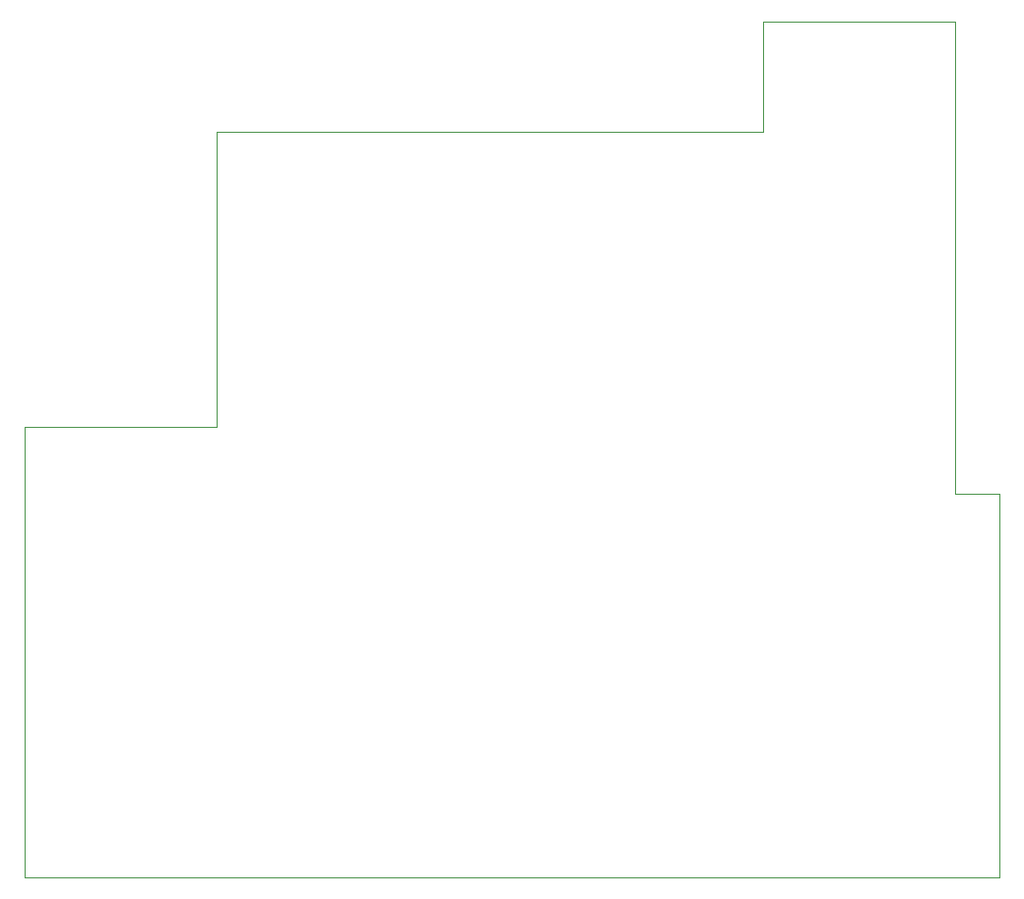
<source format=gbr>
%TF.GenerationSoftware,KiCad,Pcbnew,8.0.3*%
%TF.CreationDate,2024-10-26T03:20:48-07:00*%
%TF.ProjectId,test,74657374-2e6b-4696-9361-645f70636258,rev?*%
%TF.SameCoordinates,Original*%
%TF.FileFunction,Profile,NP*%
%FSLAX46Y46*%
G04 Gerber Fmt 4.6, Leading zero omitted, Abs format (unit mm)*
G04 Created by KiCad (PCBNEW 8.0.3) date 2024-10-26 03:20:48*
%MOMM*%
%LPD*%
G01*
G04 APERTURE LIST*
%TA.AperFunction,Profile*%
%ADD10C,0.050000*%
%TD*%
G04 APERTURE END LIST*
D10*
X203835000Y-104775000D02*
X207645000Y-104775000D01*
X207645000Y-137795000D01*
X123825000Y-137795000D01*
X123825000Y-99060000D01*
X140335000Y-99060000D01*
X140335000Y-73660000D01*
X187325000Y-73660000D01*
X187325000Y-64135000D01*
X203835000Y-64135000D01*
X203835000Y-104775000D01*
M02*

</source>
